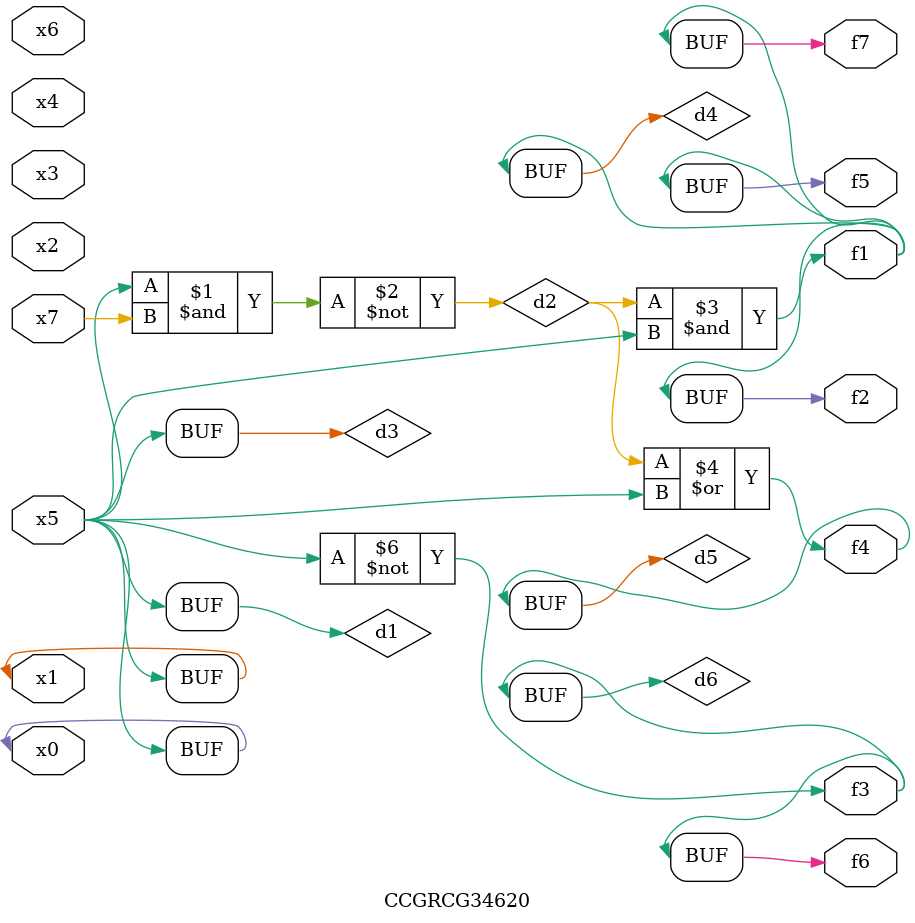
<source format=v>
module CCGRCG34620(
	input x0, x1, x2, x3, x4, x5, x6, x7,
	output f1, f2, f3, f4, f5, f6, f7
);

	wire d1, d2, d3, d4, d5, d6;

	buf (d1, x0, x5);
	nand (d2, x5, x7);
	buf (d3, x0, x1);
	and (d4, d2, d3);
	or (d5, d2, d3);
	nor (d6, d1, d3);
	assign f1 = d4;
	assign f2 = d4;
	assign f3 = d6;
	assign f4 = d5;
	assign f5 = d4;
	assign f6 = d6;
	assign f7 = d4;
endmodule

</source>
